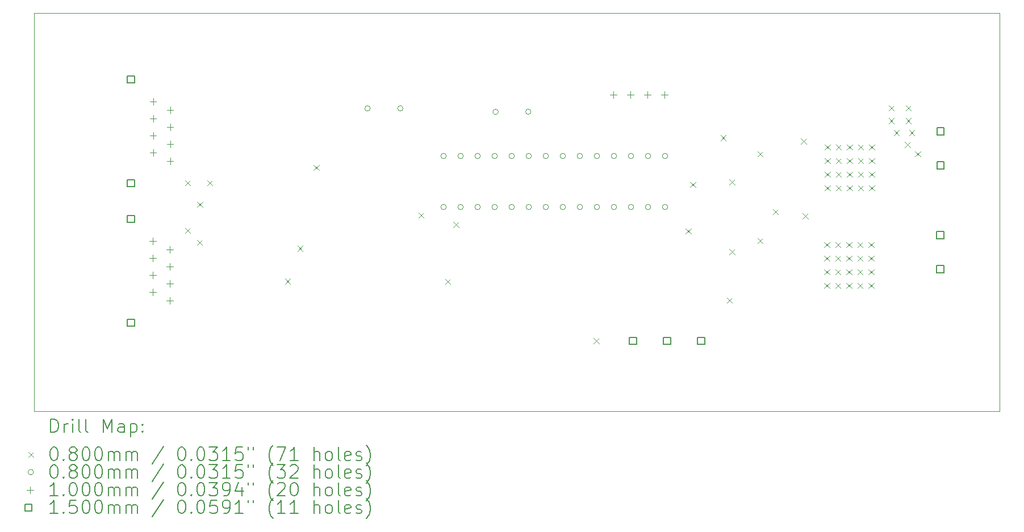
<source format=gbr>
%FSLAX45Y45*%
G04 Gerber Fmt 4.5, Leading zero omitted, Abs format (unit mm)*
G04 Created by KiCad (PCBNEW (6.0.4)) date 2022-06-20 19:16:07*
%MOMM*%
%LPD*%
G01*
G04 APERTURE LIST*
%TA.AperFunction,Profile*%
%ADD10C,0.100000*%
%TD*%
%ADD11C,0.200000*%
%ADD12C,0.080000*%
%ADD13C,0.100000*%
%ADD14C,0.150000*%
G04 APERTURE END LIST*
D10*
X20320000Y-12311350D02*
X5923280Y-12311350D01*
X5923280Y-6363950D01*
X20320000Y-6363950D01*
X20320000Y-12311350D01*
D11*
D12*
X8176900Y-8862700D02*
X8256900Y-8942700D01*
X8256900Y-8862700D02*
X8176900Y-8942700D01*
X8176900Y-9573900D02*
X8256900Y-9653900D01*
X8256900Y-9573900D02*
X8176900Y-9653900D01*
X8357240Y-9751670D02*
X8437240Y-9831670D01*
X8437240Y-9751670D02*
X8357240Y-9831670D01*
X8358589Y-9186379D02*
X8438589Y-9266379D01*
X8438589Y-9186379D02*
X8358589Y-9266379D01*
X8507100Y-8862700D02*
X8587100Y-8942700D01*
X8587100Y-8862700D02*
X8507100Y-8942700D01*
X9667880Y-10333360D02*
X9747880Y-10413360D01*
X9747880Y-10333360D02*
X9667880Y-10413360D01*
X9853300Y-9840600D02*
X9933300Y-9920600D01*
X9933300Y-9840600D02*
X9853300Y-9920600D01*
X10094600Y-8634100D02*
X10174600Y-8714100D01*
X10174600Y-8634100D02*
X10094600Y-8714100D01*
X11656700Y-9345300D02*
X11736700Y-9425300D01*
X11736700Y-9345300D02*
X11656700Y-9425300D01*
X12052940Y-10335900D02*
X12132940Y-10415900D01*
X12132940Y-10335900D02*
X12052940Y-10415900D01*
X12177400Y-9486250D02*
X12257400Y-9566250D01*
X12257400Y-9486250D02*
X12177400Y-9566250D01*
X14270000Y-11220000D02*
X14350000Y-11300000D01*
X14350000Y-11220000D02*
X14270000Y-11300000D01*
X15641960Y-9581520D02*
X15721960Y-9661520D01*
X15721960Y-9581520D02*
X15641960Y-9661520D01*
X15710000Y-8890000D02*
X15790000Y-8970000D01*
X15790000Y-8890000D02*
X15710000Y-8970000D01*
X16161370Y-8189600D02*
X16241370Y-8269600D01*
X16241370Y-8189600D02*
X16161370Y-8269600D01*
X16254100Y-10615300D02*
X16334100Y-10695300D01*
X16334100Y-10615300D02*
X16254100Y-10695300D01*
X16292200Y-8850000D02*
X16372200Y-8930000D01*
X16372200Y-8850000D02*
X16292200Y-8930000D01*
X16292200Y-9891400D02*
X16372200Y-9971400D01*
X16372200Y-9891400D02*
X16292200Y-9971400D01*
X16711300Y-8430900D02*
X16791300Y-8510900D01*
X16791300Y-8430900D02*
X16711300Y-8510900D01*
X16711300Y-9726300D02*
X16791300Y-9806300D01*
X16791300Y-9726300D02*
X16711300Y-9806300D01*
X16939900Y-9294500D02*
X17019900Y-9374500D01*
X17019900Y-9294500D02*
X16939900Y-9374500D01*
X17359000Y-8240400D02*
X17439000Y-8320400D01*
X17439000Y-8240400D02*
X17359000Y-8320400D01*
X17384400Y-9358000D02*
X17464400Y-9438000D01*
X17464400Y-9358000D02*
X17384400Y-9438000D01*
X17706980Y-9787230D02*
X17786980Y-9867230D01*
X17786980Y-9787230D02*
X17706980Y-9867230D01*
X17706980Y-9990430D02*
X17786980Y-10070430D01*
X17786980Y-9990430D02*
X17706980Y-10070430D01*
X17706980Y-10193630D02*
X17786980Y-10273630D01*
X17786980Y-10193630D02*
X17706980Y-10273630D01*
X17706980Y-10396830D02*
X17786980Y-10476830D01*
X17786980Y-10396830D02*
X17706980Y-10476830D01*
X17714600Y-8329270D02*
X17794600Y-8409270D01*
X17794600Y-8329270D02*
X17714600Y-8409270D01*
X17714600Y-8532470D02*
X17794600Y-8612470D01*
X17794600Y-8532470D02*
X17714600Y-8612470D01*
X17714600Y-8735670D02*
X17794600Y-8815670D01*
X17794600Y-8735670D02*
X17714600Y-8815670D01*
X17714600Y-8938870D02*
X17794600Y-9018870D01*
X17794600Y-8938870D02*
X17714600Y-9018870D01*
X17872080Y-9787230D02*
X17952080Y-9867230D01*
X17952080Y-9787230D02*
X17872080Y-9867230D01*
X17872080Y-9990430D02*
X17952080Y-10070430D01*
X17952080Y-9990430D02*
X17872080Y-10070430D01*
X17872080Y-10193630D02*
X17952080Y-10273630D01*
X17952080Y-10193630D02*
X17872080Y-10273630D01*
X17872080Y-10396830D02*
X17952080Y-10476830D01*
X17952080Y-10396830D02*
X17872080Y-10476830D01*
X17879700Y-8329270D02*
X17959700Y-8409270D01*
X17959700Y-8329270D02*
X17879700Y-8409270D01*
X17879700Y-8532470D02*
X17959700Y-8612470D01*
X17959700Y-8532470D02*
X17879700Y-8612470D01*
X17879700Y-8735670D02*
X17959700Y-8815670D01*
X17959700Y-8735670D02*
X17879700Y-8815670D01*
X17879700Y-8938870D02*
X17959700Y-9018870D01*
X17959700Y-8938870D02*
X17879700Y-9018870D01*
X18037180Y-9787230D02*
X18117180Y-9867230D01*
X18117180Y-9787230D02*
X18037180Y-9867230D01*
X18037180Y-9990430D02*
X18117180Y-10070430D01*
X18117180Y-9990430D02*
X18037180Y-10070430D01*
X18037180Y-10193630D02*
X18117180Y-10273630D01*
X18117180Y-10193630D02*
X18037180Y-10273630D01*
X18037180Y-10396830D02*
X18117180Y-10476830D01*
X18117180Y-10396830D02*
X18037180Y-10476830D01*
X18044800Y-8329270D02*
X18124800Y-8409270D01*
X18124800Y-8329270D02*
X18044800Y-8409270D01*
X18044800Y-8532470D02*
X18124800Y-8612470D01*
X18124800Y-8532470D02*
X18044800Y-8612470D01*
X18044800Y-8735670D02*
X18124800Y-8815670D01*
X18124800Y-8735670D02*
X18044800Y-8815670D01*
X18044800Y-8938870D02*
X18124800Y-9018870D01*
X18124800Y-8938870D02*
X18044800Y-9018870D01*
X18202280Y-9787230D02*
X18282280Y-9867230D01*
X18282280Y-9787230D02*
X18202280Y-9867230D01*
X18202280Y-9990430D02*
X18282280Y-10070430D01*
X18282280Y-9990430D02*
X18202280Y-10070430D01*
X18202280Y-10193630D02*
X18282280Y-10273630D01*
X18282280Y-10193630D02*
X18202280Y-10273630D01*
X18202280Y-10396830D02*
X18282280Y-10476830D01*
X18282280Y-10396830D02*
X18202280Y-10476830D01*
X18209900Y-8329270D02*
X18289900Y-8409270D01*
X18289900Y-8329270D02*
X18209900Y-8409270D01*
X18209900Y-8532470D02*
X18289900Y-8612470D01*
X18289900Y-8532470D02*
X18209900Y-8612470D01*
X18209900Y-8735670D02*
X18289900Y-8815670D01*
X18289900Y-8735670D02*
X18209900Y-8815670D01*
X18209900Y-8938870D02*
X18289900Y-9018870D01*
X18289900Y-8938870D02*
X18209900Y-9018870D01*
X18367380Y-9787230D02*
X18447380Y-9867230D01*
X18447380Y-9787230D02*
X18367380Y-9867230D01*
X18367380Y-9990430D02*
X18447380Y-10070430D01*
X18447380Y-9990430D02*
X18367380Y-10070430D01*
X18367380Y-10193630D02*
X18447380Y-10273630D01*
X18447380Y-10193630D02*
X18367380Y-10273630D01*
X18367380Y-10396830D02*
X18447380Y-10476830D01*
X18447380Y-10396830D02*
X18367380Y-10476830D01*
X18375000Y-8329270D02*
X18455000Y-8409270D01*
X18455000Y-8329270D02*
X18375000Y-8409270D01*
X18375000Y-8532470D02*
X18455000Y-8612470D01*
X18455000Y-8532470D02*
X18375000Y-8612470D01*
X18375000Y-8735670D02*
X18455000Y-8815670D01*
X18455000Y-8735670D02*
X18375000Y-8815670D01*
X18375000Y-8938870D02*
X18455000Y-9018870D01*
X18455000Y-8938870D02*
X18375000Y-9018870D01*
X18667100Y-7745100D02*
X18747100Y-7825100D01*
X18747100Y-7745100D02*
X18667100Y-7825100D01*
X18667100Y-7935600D02*
X18747100Y-8015600D01*
X18747100Y-7935600D02*
X18667100Y-8015600D01*
X18743300Y-8113400D02*
X18823300Y-8193400D01*
X18823300Y-8113400D02*
X18743300Y-8193400D01*
X18908400Y-8291200D02*
X18988400Y-8371200D01*
X18988400Y-8291200D02*
X18908400Y-8371200D01*
X18921100Y-7745100D02*
X19001100Y-7825100D01*
X19001100Y-7745100D02*
X18921100Y-7825100D01*
X18921100Y-7935600D02*
X19001100Y-8015600D01*
X19001100Y-7935600D02*
X18921100Y-8015600D01*
X18971900Y-8113400D02*
X19051900Y-8193400D01*
X19051900Y-8113400D02*
X18971900Y-8193400D01*
X19060800Y-8430900D02*
X19140800Y-8510900D01*
X19140800Y-8430900D02*
X19060800Y-8510900D01*
X10937989Y-7790180D02*
G75*
G03*
X10937989Y-7790180I-40000J0D01*
G01*
X11425989Y-7790180D02*
G75*
G03*
X11425989Y-7790180I-40000J0D01*
G01*
X12071989Y-8501380D02*
G75*
G03*
X12071989Y-8501380I-40000J0D01*
G01*
X12071989Y-9263380D02*
G75*
G03*
X12071989Y-9263380I-40000J0D01*
G01*
X12325989Y-8501380D02*
G75*
G03*
X12325989Y-8501380I-40000J0D01*
G01*
X12325989Y-9263380D02*
G75*
G03*
X12325989Y-9263380I-40000J0D01*
G01*
X12579989Y-8501380D02*
G75*
G03*
X12579989Y-8501380I-40000J0D01*
G01*
X12579989Y-9263380D02*
G75*
G03*
X12579989Y-9263380I-40000J0D01*
G01*
X12833989Y-8501380D02*
G75*
G03*
X12833989Y-8501380I-40000J0D01*
G01*
X12833989Y-9263380D02*
G75*
G03*
X12833989Y-9263380I-40000J0D01*
G01*
X12846689Y-7840980D02*
G75*
G03*
X12846689Y-7840980I-40000J0D01*
G01*
X13087989Y-8501380D02*
G75*
G03*
X13087989Y-8501380I-40000J0D01*
G01*
X13087989Y-9263380D02*
G75*
G03*
X13087989Y-9263380I-40000J0D01*
G01*
X13334689Y-7840980D02*
G75*
G03*
X13334689Y-7840980I-40000J0D01*
G01*
X13341989Y-8501380D02*
G75*
G03*
X13341989Y-8501380I-40000J0D01*
G01*
X13341989Y-9263380D02*
G75*
G03*
X13341989Y-9263380I-40000J0D01*
G01*
X13595989Y-8501380D02*
G75*
G03*
X13595989Y-8501380I-40000J0D01*
G01*
X13595989Y-9263380D02*
G75*
G03*
X13595989Y-9263380I-40000J0D01*
G01*
X13849989Y-8501380D02*
G75*
G03*
X13849989Y-8501380I-40000J0D01*
G01*
X13849989Y-9263380D02*
G75*
G03*
X13849989Y-9263380I-40000J0D01*
G01*
X14103989Y-8501380D02*
G75*
G03*
X14103989Y-8501380I-40000J0D01*
G01*
X14103989Y-9263380D02*
G75*
G03*
X14103989Y-9263380I-40000J0D01*
G01*
X14357989Y-8501380D02*
G75*
G03*
X14357989Y-8501380I-40000J0D01*
G01*
X14357989Y-9263380D02*
G75*
G03*
X14357989Y-9263380I-40000J0D01*
G01*
X14611989Y-8501380D02*
G75*
G03*
X14611989Y-8501380I-40000J0D01*
G01*
X14611989Y-9263380D02*
G75*
G03*
X14611989Y-9263380I-40000J0D01*
G01*
X14865989Y-8501380D02*
G75*
G03*
X14865989Y-8501380I-40000J0D01*
G01*
X14865989Y-9263380D02*
G75*
G03*
X14865989Y-9263380I-40000J0D01*
G01*
X15119989Y-8501380D02*
G75*
G03*
X15119989Y-8501380I-40000J0D01*
G01*
X15119989Y-9263380D02*
G75*
G03*
X15119989Y-9263380I-40000J0D01*
G01*
X15373989Y-8501380D02*
G75*
G03*
X15373989Y-8501380I-40000J0D01*
G01*
X15373989Y-9263380D02*
G75*
G03*
X15373989Y-9263380I-40000J0D01*
G01*
D13*
X7698589Y-9721880D02*
X7698589Y-9821880D01*
X7648589Y-9771880D02*
X7748589Y-9771880D01*
X7698589Y-9975880D02*
X7698589Y-10075880D01*
X7648589Y-10025880D02*
X7748589Y-10025880D01*
X7698589Y-10229880D02*
X7698589Y-10329880D01*
X7648589Y-10279880D02*
X7748589Y-10279880D01*
X7698589Y-10483880D02*
X7698589Y-10583880D01*
X7648589Y-10533880D02*
X7748589Y-10533880D01*
X7701289Y-7638580D02*
X7701289Y-7738580D01*
X7651289Y-7688580D02*
X7751289Y-7688580D01*
X7701289Y-7892580D02*
X7701289Y-7992580D01*
X7651289Y-7942580D02*
X7751289Y-7942580D01*
X7701289Y-8146580D02*
X7701289Y-8246580D01*
X7651289Y-8196580D02*
X7751289Y-8196580D01*
X7701289Y-8400580D02*
X7701289Y-8500580D01*
X7651289Y-8450580D02*
X7751289Y-8450580D01*
X7952589Y-9848880D02*
X7952589Y-9948880D01*
X7902589Y-9898880D02*
X8002589Y-9898880D01*
X7952589Y-10102880D02*
X7952589Y-10202880D01*
X7902589Y-10152880D02*
X8002589Y-10152880D01*
X7952589Y-10356880D02*
X7952589Y-10456880D01*
X7902589Y-10406880D02*
X8002589Y-10406880D01*
X7952589Y-10610880D02*
X7952589Y-10710880D01*
X7902589Y-10660880D02*
X8002589Y-10660880D01*
X7955289Y-7765580D02*
X7955289Y-7865580D01*
X7905289Y-7815580D02*
X8005289Y-7815580D01*
X7955289Y-8019580D02*
X7955289Y-8119580D01*
X7905289Y-8069580D02*
X8005289Y-8069580D01*
X7955289Y-8273580D02*
X7955289Y-8373580D01*
X7905289Y-8323580D02*
X8005289Y-8323580D01*
X7955289Y-8527580D02*
X7955289Y-8627580D01*
X7905289Y-8577580D02*
X8005289Y-8577580D01*
X14560289Y-7536980D02*
X14560289Y-7636980D01*
X14510289Y-7586980D02*
X14610289Y-7586980D01*
X14814289Y-7536980D02*
X14814289Y-7636980D01*
X14764289Y-7586980D02*
X14864289Y-7586980D01*
X15068289Y-7536980D02*
X15068289Y-7636980D01*
X15018289Y-7586980D02*
X15118289Y-7586980D01*
X15322289Y-7536980D02*
X15322289Y-7636980D01*
X15272289Y-7586980D02*
X15372289Y-7586980D01*
D14*
X7421622Y-9494414D02*
X7421622Y-9388347D01*
X7315555Y-9388347D01*
X7315555Y-9494414D01*
X7421622Y-9494414D01*
X7421622Y-11044414D02*
X7421622Y-10938347D01*
X7315555Y-10938347D01*
X7315555Y-11044414D01*
X7421622Y-11044414D01*
X7424322Y-7411113D02*
X7424322Y-7305046D01*
X7318255Y-7305046D01*
X7318255Y-7411113D01*
X7424322Y-7411113D01*
X7424322Y-8961114D02*
X7424322Y-8855047D01*
X7318255Y-8855047D01*
X7318255Y-8961114D01*
X7424322Y-8961114D01*
X14906953Y-11315393D02*
X14906953Y-11209326D01*
X14800886Y-11209326D01*
X14800886Y-11315393D01*
X14906953Y-11315393D01*
X15414953Y-11315393D02*
X15414953Y-11209326D01*
X15308886Y-11209326D01*
X15308886Y-11315393D01*
X15414953Y-11315393D01*
X15922953Y-11315393D02*
X15922953Y-11209326D01*
X15816886Y-11209326D01*
X15816886Y-11315393D01*
X15922953Y-11315393D01*
X19489114Y-9735514D02*
X19489114Y-9629447D01*
X19383047Y-9629447D01*
X19383047Y-9735514D01*
X19489114Y-9735514D01*
X19489114Y-10243514D02*
X19489114Y-10137447D01*
X19383047Y-10137447D01*
X19383047Y-10243514D01*
X19489114Y-10243514D01*
X19492364Y-8186113D02*
X19492364Y-8080046D01*
X19386297Y-8080046D01*
X19386297Y-8186113D01*
X19492364Y-8186113D01*
X19492364Y-8694114D02*
X19492364Y-8588047D01*
X19386297Y-8588047D01*
X19386297Y-8694114D01*
X19492364Y-8694114D01*
D11*
X6175899Y-12626826D02*
X6175899Y-12426826D01*
X6223518Y-12426826D01*
X6252089Y-12436350D01*
X6271137Y-12455397D01*
X6280661Y-12474445D01*
X6290185Y-12512540D01*
X6290185Y-12541112D01*
X6280661Y-12579207D01*
X6271137Y-12598255D01*
X6252089Y-12617302D01*
X6223518Y-12626826D01*
X6175899Y-12626826D01*
X6375899Y-12626826D02*
X6375899Y-12493493D01*
X6375899Y-12531588D02*
X6385423Y-12512540D01*
X6394947Y-12503016D01*
X6413994Y-12493493D01*
X6433042Y-12493493D01*
X6499708Y-12626826D02*
X6499708Y-12493493D01*
X6499708Y-12426826D02*
X6490185Y-12436350D01*
X6499708Y-12445874D01*
X6509232Y-12436350D01*
X6499708Y-12426826D01*
X6499708Y-12445874D01*
X6623518Y-12626826D02*
X6604470Y-12617302D01*
X6594947Y-12598255D01*
X6594947Y-12426826D01*
X6728280Y-12626826D02*
X6709232Y-12617302D01*
X6699708Y-12598255D01*
X6699708Y-12426826D01*
X6956851Y-12626826D02*
X6956851Y-12426826D01*
X7023518Y-12569683D01*
X7090185Y-12426826D01*
X7090185Y-12626826D01*
X7271137Y-12626826D02*
X7271137Y-12522064D01*
X7261613Y-12503016D01*
X7242566Y-12493493D01*
X7204470Y-12493493D01*
X7185423Y-12503016D01*
X7271137Y-12617302D02*
X7252089Y-12626826D01*
X7204470Y-12626826D01*
X7185423Y-12617302D01*
X7175899Y-12598255D01*
X7175899Y-12579207D01*
X7185423Y-12560159D01*
X7204470Y-12550636D01*
X7252089Y-12550636D01*
X7271137Y-12541112D01*
X7366375Y-12493493D02*
X7366375Y-12693493D01*
X7366375Y-12503016D02*
X7385423Y-12493493D01*
X7423518Y-12493493D01*
X7442566Y-12503016D01*
X7452089Y-12512540D01*
X7461613Y-12531588D01*
X7461613Y-12588731D01*
X7452089Y-12607778D01*
X7442566Y-12617302D01*
X7423518Y-12626826D01*
X7385423Y-12626826D01*
X7366375Y-12617302D01*
X7547328Y-12607778D02*
X7556851Y-12617302D01*
X7547328Y-12626826D01*
X7537804Y-12617302D01*
X7547328Y-12607778D01*
X7547328Y-12626826D01*
X7547328Y-12503016D02*
X7556851Y-12512540D01*
X7547328Y-12522064D01*
X7537804Y-12512540D01*
X7547328Y-12503016D01*
X7547328Y-12522064D01*
D12*
X5838280Y-12916350D02*
X5918280Y-12996350D01*
X5918280Y-12916350D02*
X5838280Y-12996350D01*
D11*
X6213994Y-12846826D02*
X6233042Y-12846826D01*
X6252089Y-12856350D01*
X6261613Y-12865874D01*
X6271137Y-12884921D01*
X6280661Y-12923016D01*
X6280661Y-12970636D01*
X6271137Y-13008731D01*
X6261613Y-13027778D01*
X6252089Y-13037302D01*
X6233042Y-13046826D01*
X6213994Y-13046826D01*
X6194947Y-13037302D01*
X6185423Y-13027778D01*
X6175899Y-13008731D01*
X6166375Y-12970636D01*
X6166375Y-12923016D01*
X6175899Y-12884921D01*
X6185423Y-12865874D01*
X6194947Y-12856350D01*
X6213994Y-12846826D01*
X6366375Y-13027778D02*
X6375899Y-13037302D01*
X6366375Y-13046826D01*
X6356851Y-13037302D01*
X6366375Y-13027778D01*
X6366375Y-13046826D01*
X6490185Y-12932540D02*
X6471137Y-12923016D01*
X6461613Y-12913493D01*
X6452089Y-12894445D01*
X6452089Y-12884921D01*
X6461613Y-12865874D01*
X6471137Y-12856350D01*
X6490185Y-12846826D01*
X6528280Y-12846826D01*
X6547328Y-12856350D01*
X6556851Y-12865874D01*
X6566375Y-12884921D01*
X6566375Y-12894445D01*
X6556851Y-12913493D01*
X6547328Y-12923016D01*
X6528280Y-12932540D01*
X6490185Y-12932540D01*
X6471137Y-12942064D01*
X6461613Y-12951588D01*
X6452089Y-12970636D01*
X6452089Y-13008731D01*
X6461613Y-13027778D01*
X6471137Y-13037302D01*
X6490185Y-13046826D01*
X6528280Y-13046826D01*
X6547328Y-13037302D01*
X6556851Y-13027778D01*
X6566375Y-13008731D01*
X6566375Y-12970636D01*
X6556851Y-12951588D01*
X6547328Y-12942064D01*
X6528280Y-12932540D01*
X6690185Y-12846826D02*
X6709232Y-12846826D01*
X6728280Y-12856350D01*
X6737804Y-12865874D01*
X6747328Y-12884921D01*
X6756851Y-12923016D01*
X6756851Y-12970636D01*
X6747328Y-13008731D01*
X6737804Y-13027778D01*
X6728280Y-13037302D01*
X6709232Y-13046826D01*
X6690185Y-13046826D01*
X6671137Y-13037302D01*
X6661613Y-13027778D01*
X6652089Y-13008731D01*
X6642566Y-12970636D01*
X6642566Y-12923016D01*
X6652089Y-12884921D01*
X6661613Y-12865874D01*
X6671137Y-12856350D01*
X6690185Y-12846826D01*
X6880661Y-12846826D02*
X6899708Y-12846826D01*
X6918756Y-12856350D01*
X6928280Y-12865874D01*
X6937804Y-12884921D01*
X6947328Y-12923016D01*
X6947328Y-12970636D01*
X6937804Y-13008731D01*
X6928280Y-13027778D01*
X6918756Y-13037302D01*
X6899708Y-13046826D01*
X6880661Y-13046826D01*
X6861613Y-13037302D01*
X6852089Y-13027778D01*
X6842566Y-13008731D01*
X6833042Y-12970636D01*
X6833042Y-12923016D01*
X6842566Y-12884921D01*
X6852089Y-12865874D01*
X6861613Y-12856350D01*
X6880661Y-12846826D01*
X7033042Y-13046826D02*
X7033042Y-12913493D01*
X7033042Y-12932540D02*
X7042566Y-12923016D01*
X7061613Y-12913493D01*
X7090185Y-12913493D01*
X7109232Y-12923016D01*
X7118756Y-12942064D01*
X7118756Y-13046826D01*
X7118756Y-12942064D02*
X7128280Y-12923016D01*
X7147328Y-12913493D01*
X7175899Y-12913493D01*
X7194947Y-12923016D01*
X7204470Y-12942064D01*
X7204470Y-13046826D01*
X7299708Y-13046826D02*
X7299708Y-12913493D01*
X7299708Y-12932540D02*
X7309232Y-12923016D01*
X7328280Y-12913493D01*
X7356851Y-12913493D01*
X7375899Y-12923016D01*
X7385423Y-12942064D01*
X7385423Y-13046826D01*
X7385423Y-12942064D02*
X7394947Y-12923016D01*
X7413994Y-12913493D01*
X7442566Y-12913493D01*
X7461613Y-12923016D01*
X7471137Y-12942064D01*
X7471137Y-13046826D01*
X7861613Y-12837302D02*
X7690185Y-13094445D01*
X8118756Y-12846826D02*
X8137804Y-12846826D01*
X8156851Y-12856350D01*
X8166375Y-12865874D01*
X8175899Y-12884921D01*
X8185423Y-12923016D01*
X8185423Y-12970636D01*
X8175899Y-13008731D01*
X8166375Y-13027778D01*
X8156851Y-13037302D01*
X8137804Y-13046826D01*
X8118756Y-13046826D01*
X8099708Y-13037302D01*
X8090185Y-13027778D01*
X8080661Y-13008731D01*
X8071137Y-12970636D01*
X8071137Y-12923016D01*
X8080661Y-12884921D01*
X8090185Y-12865874D01*
X8099708Y-12856350D01*
X8118756Y-12846826D01*
X8271137Y-13027778D02*
X8280661Y-13037302D01*
X8271137Y-13046826D01*
X8261613Y-13037302D01*
X8271137Y-13027778D01*
X8271137Y-13046826D01*
X8404470Y-12846826D02*
X8423518Y-12846826D01*
X8442566Y-12856350D01*
X8452090Y-12865874D01*
X8461613Y-12884921D01*
X8471137Y-12923016D01*
X8471137Y-12970636D01*
X8461613Y-13008731D01*
X8452090Y-13027778D01*
X8442566Y-13037302D01*
X8423518Y-13046826D01*
X8404470Y-13046826D01*
X8385423Y-13037302D01*
X8375899Y-13027778D01*
X8366375Y-13008731D01*
X8356851Y-12970636D01*
X8356851Y-12923016D01*
X8366375Y-12884921D01*
X8375899Y-12865874D01*
X8385423Y-12856350D01*
X8404470Y-12846826D01*
X8537804Y-12846826D02*
X8661613Y-12846826D01*
X8594947Y-12923016D01*
X8623518Y-12923016D01*
X8642566Y-12932540D01*
X8652090Y-12942064D01*
X8661613Y-12961112D01*
X8661613Y-13008731D01*
X8652090Y-13027778D01*
X8642566Y-13037302D01*
X8623518Y-13046826D01*
X8566375Y-13046826D01*
X8547328Y-13037302D01*
X8537804Y-13027778D01*
X8852090Y-13046826D02*
X8737804Y-13046826D01*
X8794947Y-13046826D02*
X8794947Y-12846826D01*
X8775899Y-12875397D01*
X8756851Y-12894445D01*
X8737804Y-12903969D01*
X9033042Y-12846826D02*
X8937804Y-12846826D01*
X8928280Y-12942064D01*
X8937804Y-12932540D01*
X8956851Y-12923016D01*
X9004470Y-12923016D01*
X9023518Y-12932540D01*
X9033042Y-12942064D01*
X9042566Y-12961112D01*
X9042566Y-13008731D01*
X9033042Y-13027778D01*
X9023518Y-13037302D01*
X9004470Y-13046826D01*
X8956851Y-13046826D01*
X8937804Y-13037302D01*
X8928280Y-13027778D01*
X9118756Y-12846826D02*
X9118756Y-12884921D01*
X9194947Y-12846826D02*
X9194947Y-12884921D01*
X9490185Y-13123016D02*
X9480661Y-13113493D01*
X9461613Y-13084921D01*
X9452090Y-13065874D01*
X9442566Y-13037302D01*
X9433042Y-12989683D01*
X9433042Y-12951588D01*
X9442566Y-12903969D01*
X9452090Y-12875397D01*
X9461613Y-12856350D01*
X9480661Y-12827778D01*
X9490185Y-12818255D01*
X9547328Y-12846826D02*
X9680661Y-12846826D01*
X9594947Y-13046826D01*
X9861613Y-13046826D02*
X9747328Y-13046826D01*
X9804470Y-13046826D02*
X9804470Y-12846826D01*
X9785423Y-12875397D01*
X9766375Y-12894445D01*
X9747328Y-12903969D01*
X10099709Y-13046826D02*
X10099709Y-12846826D01*
X10185423Y-13046826D02*
X10185423Y-12942064D01*
X10175899Y-12923016D01*
X10156851Y-12913493D01*
X10128280Y-12913493D01*
X10109232Y-12923016D01*
X10099709Y-12932540D01*
X10309232Y-13046826D02*
X10290185Y-13037302D01*
X10280661Y-13027778D01*
X10271137Y-13008731D01*
X10271137Y-12951588D01*
X10280661Y-12932540D01*
X10290185Y-12923016D01*
X10309232Y-12913493D01*
X10337804Y-12913493D01*
X10356851Y-12923016D01*
X10366375Y-12932540D01*
X10375899Y-12951588D01*
X10375899Y-13008731D01*
X10366375Y-13027778D01*
X10356851Y-13037302D01*
X10337804Y-13046826D01*
X10309232Y-13046826D01*
X10490185Y-13046826D02*
X10471137Y-13037302D01*
X10461613Y-13018255D01*
X10461613Y-12846826D01*
X10642566Y-13037302D02*
X10623518Y-13046826D01*
X10585423Y-13046826D01*
X10566375Y-13037302D01*
X10556851Y-13018255D01*
X10556851Y-12942064D01*
X10566375Y-12923016D01*
X10585423Y-12913493D01*
X10623518Y-12913493D01*
X10642566Y-12923016D01*
X10652090Y-12942064D01*
X10652090Y-12961112D01*
X10556851Y-12980159D01*
X10728280Y-13037302D02*
X10747328Y-13046826D01*
X10785423Y-13046826D01*
X10804470Y-13037302D01*
X10813994Y-13018255D01*
X10813994Y-13008731D01*
X10804470Y-12989683D01*
X10785423Y-12980159D01*
X10756851Y-12980159D01*
X10737804Y-12970636D01*
X10728280Y-12951588D01*
X10728280Y-12942064D01*
X10737804Y-12923016D01*
X10756851Y-12913493D01*
X10785423Y-12913493D01*
X10804470Y-12923016D01*
X10880661Y-13123016D02*
X10890185Y-13113493D01*
X10909232Y-13084921D01*
X10918756Y-13065874D01*
X10928280Y-13037302D01*
X10937804Y-12989683D01*
X10937804Y-12951588D01*
X10928280Y-12903969D01*
X10918756Y-12875397D01*
X10909232Y-12856350D01*
X10890185Y-12827778D01*
X10880661Y-12818255D01*
D12*
X5918280Y-13220350D02*
G75*
G03*
X5918280Y-13220350I-40000J0D01*
G01*
D11*
X6213994Y-13110826D02*
X6233042Y-13110826D01*
X6252089Y-13120350D01*
X6261613Y-13129874D01*
X6271137Y-13148921D01*
X6280661Y-13187016D01*
X6280661Y-13234636D01*
X6271137Y-13272731D01*
X6261613Y-13291778D01*
X6252089Y-13301302D01*
X6233042Y-13310826D01*
X6213994Y-13310826D01*
X6194947Y-13301302D01*
X6185423Y-13291778D01*
X6175899Y-13272731D01*
X6166375Y-13234636D01*
X6166375Y-13187016D01*
X6175899Y-13148921D01*
X6185423Y-13129874D01*
X6194947Y-13120350D01*
X6213994Y-13110826D01*
X6366375Y-13291778D02*
X6375899Y-13301302D01*
X6366375Y-13310826D01*
X6356851Y-13301302D01*
X6366375Y-13291778D01*
X6366375Y-13310826D01*
X6490185Y-13196540D02*
X6471137Y-13187016D01*
X6461613Y-13177493D01*
X6452089Y-13158445D01*
X6452089Y-13148921D01*
X6461613Y-13129874D01*
X6471137Y-13120350D01*
X6490185Y-13110826D01*
X6528280Y-13110826D01*
X6547328Y-13120350D01*
X6556851Y-13129874D01*
X6566375Y-13148921D01*
X6566375Y-13158445D01*
X6556851Y-13177493D01*
X6547328Y-13187016D01*
X6528280Y-13196540D01*
X6490185Y-13196540D01*
X6471137Y-13206064D01*
X6461613Y-13215588D01*
X6452089Y-13234636D01*
X6452089Y-13272731D01*
X6461613Y-13291778D01*
X6471137Y-13301302D01*
X6490185Y-13310826D01*
X6528280Y-13310826D01*
X6547328Y-13301302D01*
X6556851Y-13291778D01*
X6566375Y-13272731D01*
X6566375Y-13234636D01*
X6556851Y-13215588D01*
X6547328Y-13206064D01*
X6528280Y-13196540D01*
X6690185Y-13110826D02*
X6709232Y-13110826D01*
X6728280Y-13120350D01*
X6737804Y-13129874D01*
X6747328Y-13148921D01*
X6756851Y-13187016D01*
X6756851Y-13234636D01*
X6747328Y-13272731D01*
X6737804Y-13291778D01*
X6728280Y-13301302D01*
X6709232Y-13310826D01*
X6690185Y-13310826D01*
X6671137Y-13301302D01*
X6661613Y-13291778D01*
X6652089Y-13272731D01*
X6642566Y-13234636D01*
X6642566Y-13187016D01*
X6652089Y-13148921D01*
X6661613Y-13129874D01*
X6671137Y-13120350D01*
X6690185Y-13110826D01*
X6880661Y-13110826D02*
X6899708Y-13110826D01*
X6918756Y-13120350D01*
X6928280Y-13129874D01*
X6937804Y-13148921D01*
X6947328Y-13187016D01*
X6947328Y-13234636D01*
X6937804Y-13272731D01*
X6928280Y-13291778D01*
X6918756Y-13301302D01*
X6899708Y-13310826D01*
X6880661Y-13310826D01*
X6861613Y-13301302D01*
X6852089Y-13291778D01*
X6842566Y-13272731D01*
X6833042Y-13234636D01*
X6833042Y-13187016D01*
X6842566Y-13148921D01*
X6852089Y-13129874D01*
X6861613Y-13120350D01*
X6880661Y-13110826D01*
X7033042Y-13310826D02*
X7033042Y-13177493D01*
X7033042Y-13196540D02*
X7042566Y-13187016D01*
X7061613Y-13177493D01*
X7090185Y-13177493D01*
X7109232Y-13187016D01*
X7118756Y-13206064D01*
X7118756Y-13310826D01*
X7118756Y-13206064D02*
X7128280Y-13187016D01*
X7147328Y-13177493D01*
X7175899Y-13177493D01*
X7194947Y-13187016D01*
X7204470Y-13206064D01*
X7204470Y-13310826D01*
X7299708Y-13310826D02*
X7299708Y-13177493D01*
X7299708Y-13196540D02*
X7309232Y-13187016D01*
X7328280Y-13177493D01*
X7356851Y-13177493D01*
X7375899Y-13187016D01*
X7385423Y-13206064D01*
X7385423Y-13310826D01*
X7385423Y-13206064D02*
X7394947Y-13187016D01*
X7413994Y-13177493D01*
X7442566Y-13177493D01*
X7461613Y-13187016D01*
X7471137Y-13206064D01*
X7471137Y-13310826D01*
X7861613Y-13101302D02*
X7690185Y-13358445D01*
X8118756Y-13110826D02*
X8137804Y-13110826D01*
X8156851Y-13120350D01*
X8166375Y-13129874D01*
X8175899Y-13148921D01*
X8185423Y-13187016D01*
X8185423Y-13234636D01*
X8175899Y-13272731D01*
X8166375Y-13291778D01*
X8156851Y-13301302D01*
X8137804Y-13310826D01*
X8118756Y-13310826D01*
X8099708Y-13301302D01*
X8090185Y-13291778D01*
X8080661Y-13272731D01*
X8071137Y-13234636D01*
X8071137Y-13187016D01*
X8080661Y-13148921D01*
X8090185Y-13129874D01*
X8099708Y-13120350D01*
X8118756Y-13110826D01*
X8271137Y-13291778D02*
X8280661Y-13301302D01*
X8271137Y-13310826D01*
X8261613Y-13301302D01*
X8271137Y-13291778D01*
X8271137Y-13310826D01*
X8404470Y-13110826D02*
X8423518Y-13110826D01*
X8442566Y-13120350D01*
X8452090Y-13129874D01*
X8461613Y-13148921D01*
X8471137Y-13187016D01*
X8471137Y-13234636D01*
X8461613Y-13272731D01*
X8452090Y-13291778D01*
X8442566Y-13301302D01*
X8423518Y-13310826D01*
X8404470Y-13310826D01*
X8385423Y-13301302D01*
X8375899Y-13291778D01*
X8366375Y-13272731D01*
X8356851Y-13234636D01*
X8356851Y-13187016D01*
X8366375Y-13148921D01*
X8375899Y-13129874D01*
X8385423Y-13120350D01*
X8404470Y-13110826D01*
X8537804Y-13110826D02*
X8661613Y-13110826D01*
X8594947Y-13187016D01*
X8623518Y-13187016D01*
X8642566Y-13196540D01*
X8652090Y-13206064D01*
X8661613Y-13225112D01*
X8661613Y-13272731D01*
X8652090Y-13291778D01*
X8642566Y-13301302D01*
X8623518Y-13310826D01*
X8566375Y-13310826D01*
X8547328Y-13301302D01*
X8537804Y-13291778D01*
X8852090Y-13310826D02*
X8737804Y-13310826D01*
X8794947Y-13310826D02*
X8794947Y-13110826D01*
X8775899Y-13139397D01*
X8756851Y-13158445D01*
X8737804Y-13167969D01*
X9033042Y-13110826D02*
X8937804Y-13110826D01*
X8928280Y-13206064D01*
X8937804Y-13196540D01*
X8956851Y-13187016D01*
X9004470Y-13187016D01*
X9023518Y-13196540D01*
X9033042Y-13206064D01*
X9042566Y-13225112D01*
X9042566Y-13272731D01*
X9033042Y-13291778D01*
X9023518Y-13301302D01*
X9004470Y-13310826D01*
X8956851Y-13310826D01*
X8937804Y-13301302D01*
X8928280Y-13291778D01*
X9118756Y-13110826D02*
X9118756Y-13148921D01*
X9194947Y-13110826D02*
X9194947Y-13148921D01*
X9490185Y-13387016D02*
X9480661Y-13377493D01*
X9461613Y-13348921D01*
X9452090Y-13329874D01*
X9442566Y-13301302D01*
X9433042Y-13253683D01*
X9433042Y-13215588D01*
X9442566Y-13167969D01*
X9452090Y-13139397D01*
X9461613Y-13120350D01*
X9480661Y-13091778D01*
X9490185Y-13082255D01*
X9547328Y-13110826D02*
X9671137Y-13110826D01*
X9604470Y-13187016D01*
X9633042Y-13187016D01*
X9652090Y-13196540D01*
X9661613Y-13206064D01*
X9671137Y-13225112D01*
X9671137Y-13272731D01*
X9661613Y-13291778D01*
X9652090Y-13301302D01*
X9633042Y-13310826D01*
X9575899Y-13310826D01*
X9556851Y-13301302D01*
X9547328Y-13291778D01*
X9747328Y-13129874D02*
X9756851Y-13120350D01*
X9775899Y-13110826D01*
X9823518Y-13110826D01*
X9842566Y-13120350D01*
X9852090Y-13129874D01*
X9861613Y-13148921D01*
X9861613Y-13167969D01*
X9852090Y-13196540D01*
X9737804Y-13310826D01*
X9861613Y-13310826D01*
X10099709Y-13310826D02*
X10099709Y-13110826D01*
X10185423Y-13310826D02*
X10185423Y-13206064D01*
X10175899Y-13187016D01*
X10156851Y-13177493D01*
X10128280Y-13177493D01*
X10109232Y-13187016D01*
X10099709Y-13196540D01*
X10309232Y-13310826D02*
X10290185Y-13301302D01*
X10280661Y-13291778D01*
X10271137Y-13272731D01*
X10271137Y-13215588D01*
X10280661Y-13196540D01*
X10290185Y-13187016D01*
X10309232Y-13177493D01*
X10337804Y-13177493D01*
X10356851Y-13187016D01*
X10366375Y-13196540D01*
X10375899Y-13215588D01*
X10375899Y-13272731D01*
X10366375Y-13291778D01*
X10356851Y-13301302D01*
X10337804Y-13310826D01*
X10309232Y-13310826D01*
X10490185Y-13310826D02*
X10471137Y-13301302D01*
X10461613Y-13282255D01*
X10461613Y-13110826D01*
X10642566Y-13301302D02*
X10623518Y-13310826D01*
X10585423Y-13310826D01*
X10566375Y-13301302D01*
X10556851Y-13282255D01*
X10556851Y-13206064D01*
X10566375Y-13187016D01*
X10585423Y-13177493D01*
X10623518Y-13177493D01*
X10642566Y-13187016D01*
X10652090Y-13206064D01*
X10652090Y-13225112D01*
X10556851Y-13244159D01*
X10728280Y-13301302D02*
X10747328Y-13310826D01*
X10785423Y-13310826D01*
X10804470Y-13301302D01*
X10813994Y-13282255D01*
X10813994Y-13272731D01*
X10804470Y-13253683D01*
X10785423Y-13244159D01*
X10756851Y-13244159D01*
X10737804Y-13234636D01*
X10728280Y-13215588D01*
X10728280Y-13206064D01*
X10737804Y-13187016D01*
X10756851Y-13177493D01*
X10785423Y-13177493D01*
X10804470Y-13187016D01*
X10880661Y-13387016D02*
X10890185Y-13377493D01*
X10909232Y-13348921D01*
X10918756Y-13329874D01*
X10928280Y-13301302D01*
X10937804Y-13253683D01*
X10937804Y-13215588D01*
X10928280Y-13167969D01*
X10918756Y-13139397D01*
X10909232Y-13120350D01*
X10890185Y-13091778D01*
X10880661Y-13082255D01*
D13*
X5868280Y-13434350D02*
X5868280Y-13534350D01*
X5818280Y-13484350D02*
X5918280Y-13484350D01*
D11*
X6280661Y-13574826D02*
X6166375Y-13574826D01*
X6223518Y-13574826D02*
X6223518Y-13374826D01*
X6204470Y-13403397D01*
X6185423Y-13422445D01*
X6166375Y-13431969D01*
X6366375Y-13555778D02*
X6375899Y-13565302D01*
X6366375Y-13574826D01*
X6356851Y-13565302D01*
X6366375Y-13555778D01*
X6366375Y-13574826D01*
X6499708Y-13374826D02*
X6518756Y-13374826D01*
X6537804Y-13384350D01*
X6547328Y-13393874D01*
X6556851Y-13412921D01*
X6566375Y-13451016D01*
X6566375Y-13498636D01*
X6556851Y-13536731D01*
X6547328Y-13555778D01*
X6537804Y-13565302D01*
X6518756Y-13574826D01*
X6499708Y-13574826D01*
X6480661Y-13565302D01*
X6471137Y-13555778D01*
X6461613Y-13536731D01*
X6452089Y-13498636D01*
X6452089Y-13451016D01*
X6461613Y-13412921D01*
X6471137Y-13393874D01*
X6480661Y-13384350D01*
X6499708Y-13374826D01*
X6690185Y-13374826D02*
X6709232Y-13374826D01*
X6728280Y-13384350D01*
X6737804Y-13393874D01*
X6747328Y-13412921D01*
X6756851Y-13451016D01*
X6756851Y-13498636D01*
X6747328Y-13536731D01*
X6737804Y-13555778D01*
X6728280Y-13565302D01*
X6709232Y-13574826D01*
X6690185Y-13574826D01*
X6671137Y-13565302D01*
X6661613Y-13555778D01*
X6652089Y-13536731D01*
X6642566Y-13498636D01*
X6642566Y-13451016D01*
X6652089Y-13412921D01*
X6661613Y-13393874D01*
X6671137Y-13384350D01*
X6690185Y-13374826D01*
X6880661Y-13374826D02*
X6899708Y-13374826D01*
X6918756Y-13384350D01*
X6928280Y-13393874D01*
X6937804Y-13412921D01*
X6947328Y-13451016D01*
X6947328Y-13498636D01*
X6937804Y-13536731D01*
X6928280Y-13555778D01*
X6918756Y-13565302D01*
X6899708Y-13574826D01*
X6880661Y-13574826D01*
X6861613Y-13565302D01*
X6852089Y-13555778D01*
X6842566Y-13536731D01*
X6833042Y-13498636D01*
X6833042Y-13451016D01*
X6842566Y-13412921D01*
X6852089Y-13393874D01*
X6861613Y-13384350D01*
X6880661Y-13374826D01*
X7033042Y-13574826D02*
X7033042Y-13441493D01*
X7033042Y-13460540D02*
X7042566Y-13451016D01*
X7061613Y-13441493D01*
X7090185Y-13441493D01*
X7109232Y-13451016D01*
X7118756Y-13470064D01*
X7118756Y-13574826D01*
X7118756Y-13470064D02*
X7128280Y-13451016D01*
X7147328Y-13441493D01*
X7175899Y-13441493D01*
X7194947Y-13451016D01*
X7204470Y-13470064D01*
X7204470Y-13574826D01*
X7299708Y-13574826D02*
X7299708Y-13441493D01*
X7299708Y-13460540D02*
X7309232Y-13451016D01*
X7328280Y-13441493D01*
X7356851Y-13441493D01*
X7375899Y-13451016D01*
X7385423Y-13470064D01*
X7385423Y-13574826D01*
X7385423Y-13470064D02*
X7394947Y-13451016D01*
X7413994Y-13441493D01*
X7442566Y-13441493D01*
X7461613Y-13451016D01*
X7471137Y-13470064D01*
X7471137Y-13574826D01*
X7861613Y-13365302D02*
X7690185Y-13622445D01*
X8118756Y-13374826D02*
X8137804Y-13374826D01*
X8156851Y-13384350D01*
X8166375Y-13393874D01*
X8175899Y-13412921D01*
X8185423Y-13451016D01*
X8185423Y-13498636D01*
X8175899Y-13536731D01*
X8166375Y-13555778D01*
X8156851Y-13565302D01*
X8137804Y-13574826D01*
X8118756Y-13574826D01*
X8099708Y-13565302D01*
X8090185Y-13555778D01*
X8080661Y-13536731D01*
X8071137Y-13498636D01*
X8071137Y-13451016D01*
X8080661Y-13412921D01*
X8090185Y-13393874D01*
X8099708Y-13384350D01*
X8118756Y-13374826D01*
X8271137Y-13555778D02*
X8280661Y-13565302D01*
X8271137Y-13574826D01*
X8261613Y-13565302D01*
X8271137Y-13555778D01*
X8271137Y-13574826D01*
X8404470Y-13374826D02*
X8423518Y-13374826D01*
X8442566Y-13384350D01*
X8452090Y-13393874D01*
X8461613Y-13412921D01*
X8471137Y-13451016D01*
X8471137Y-13498636D01*
X8461613Y-13536731D01*
X8452090Y-13555778D01*
X8442566Y-13565302D01*
X8423518Y-13574826D01*
X8404470Y-13574826D01*
X8385423Y-13565302D01*
X8375899Y-13555778D01*
X8366375Y-13536731D01*
X8356851Y-13498636D01*
X8356851Y-13451016D01*
X8366375Y-13412921D01*
X8375899Y-13393874D01*
X8385423Y-13384350D01*
X8404470Y-13374826D01*
X8537804Y-13374826D02*
X8661613Y-13374826D01*
X8594947Y-13451016D01*
X8623518Y-13451016D01*
X8642566Y-13460540D01*
X8652090Y-13470064D01*
X8661613Y-13489112D01*
X8661613Y-13536731D01*
X8652090Y-13555778D01*
X8642566Y-13565302D01*
X8623518Y-13574826D01*
X8566375Y-13574826D01*
X8547328Y-13565302D01*
X8537804Y-13555778D01*
X8756851Y-13574826D02*
X8794947Y-13574826D01*
X8813994Y-13565302D01*
X8823518Y-13555778D01*
X8842566Y-13527207D01*
X8852090Y-13489112D01*
X8852090Y-13412921D01*
X8842566Y-13393874D01*
X8833042Y-13384350D01*
X8813994Y-13374826D01*
X8775899Y-13374826D01*
X8756851Y-13384350D01*
X8747328Y-13393874D01*
X8737804Y-13412921D01*
X8737804Y-13460540D01*
X8747328Y-13479588D01*
X8756851Y-13489112D01*
X8775899Y-13498636D01*
X8813994Y-13498636D01*
X8833042Y-13489112D01*
X8842566Y-13479588D01*
X8852090Y-13460540D01*
X9023518Y-13441493D02*
X9023518Y-13574826D01*
X8975899Y-13365302D02*
X8928280Y-13508159D01*
X9052090Y-13508159D01*
X9118756Y-13374826D02*
X9118756Y-13412921D01*
X9194947Y-13374826D02*
X9194947Y-13412921D01*
X9490185Y-13651016D02*
X9480661Y-13641493D01*
X9461613Y-13612921D01*
X9452090Y-13593874D01*
X9442566Y-13565302D01*
X9433042Y-13517683D01*
X9433042Y-13479588D01*
X9442566Y-13431969D01*
X9452090Y-13403397D01*
X9461613Y-13384350D01*
X9480661Y-13355778D01*
X9490185Y-13346255D01*
X9556851Y-13393874D02*
X9566375Y-13384350D01*
X9585423Y-13374826D01*
X9633042Y-13374826D01*
X9652090Y-13384350D01*
X9661613Y-13393874D01*
X9671137Y-13412921D01*
X9671137Y-13431969D01*
X9661613Y-13460540D01*
X9547328Y-13574826D01*
X9671137Y-13574826D01*
X9794947Y-13374826D02*
X9813994Y-13374826D01*
X9833042Y-13384350D01*
X9842566Y-13393874D01*
X9852090Y-13412921D01*
X9861613Y-13451016D01*
X9861613Y-13498636D01*
X9852090Y-13536731D01*
X9842566Y-13555778D01*
X9833042Y-13565302D01*
X9813994Y-13574826D01*
X9794947Y-13574826D01*
X9775899Y-13565302D01*
X9766375Y-13555778D01*
X9756851Y-13536731D01*
X9747328Y-13498636D01*
X9747328Y-13451016D01*
X9756851Y-13412921D01*
X9766375Y-13393874D01*
X9775899Y-13384350D01*
X9794947Y-13374826D01*
X10099709Y-13574826D02*
X10099709Y-13374826D01*
X10185423Y-13574826D02*
X10185423Y-13470064D01*
X10175899Y-13451016D01*
X10156851Y-13441493D01*
X10128280Y-13441493D01*
X10109232Y-13451016D01*
X10099709Y-13460540D01*
X10309232Y-13574826D02*
X10290185Y-13565302D01*
X10280661Y-13555778D01*
X10271137Y-13536731D01*
X10271137Y-13479588D01*
X10280661Y-13460540D01*
X10290185Y-13451016D01*
X10309232Y-13441493D01*
X10337804Y-13441493D01*
X10356851Y-13451016D01*
X10366375Y-13460540D01*
X10375899Y-13479588D01*
X10375899Y-13536731D01*
X10366375Y-13555778D01*
X10356851Y-13565302D01*
X10337804Y-13574826D01*
X10309232Y-13574826D01*
X10490185Y-13574826D02*
X10471137Y-13565302D01*
X10461613Y-13546255D01*
X10461613Y-13374826D01*
X10642566Y-13565302D02*
X10623518Y-13574826D01*
X10585423Y-13574826D01*
X10566375Y-13565302D01*
X10556851Y-13546255D01*
X10556851Y-13470064D01*
X10566375Y-13451016D01*
X10585423Y-13441493D01*
X10623518Y-13441493D01*
X10642566Y-13451016D01*
X10652090Y-13470064D01*
X10652090Y-13489112D01*
X10556851Y-13508159D01*
X10728280Y-13565302D02*
X10747328Y-13574826D01*
X10785423Y-13574826D01*
X10804470Y-13565302D01*
X10813994Y-13546255D01*
X10813994Y-13536731D01*
X10804470Y-13517683D01*
X10785423Y-13508159D01*
X10756851Y-13508159D01*
X10737804Y-13498636D01*
X10728280Y-13479588D01*
X10728280Y-13470064D01*
X10737804Y-13451016D01*
X10756851Y-13441493D01*
X10785423Y-13441493D01*
X10804470Y-13451016D01*
X10880661Y-13651016D02*
X10890185Y-13641493D01*
X10909232Y-13612921D01*
X10918756Y-13593874D01*
X10928280Y-13565302D01*
X10937804Y-13517683D01*
X10937804Y-13479588D01*
X10928280Y-13431969D01*
X10918756Y-13403397D01*
X10909232Y-13384350D01*
X10890185Y-13355778D01*
X10880661Y-13346255D01*
D14*
X5896313Y-13801383D02*
X5896313Y-13695316D01*
X5790246Y-13695316D01*
X5790246Y-13801383D01*
X5896313Y-13801383D01*
D11*
X6280661Y-13838826D02*
X6166375Y-13838826D01*
X6223518Y-13838826D02*
X6223518Y-13638826D01*
X6204470Y-13667397D01*
X6185423Y-13686445D01*
X6166375Y-13695969D01*
X6366375Y-13819778D02*
X6375899Y-13829302D01*
X6366375Y-13838826D01*
X6356851Y-13829302D01*
X6366375Y-13819778D01*
X6366375Y-13838826D01*
X6556851Y-13638826D02*
X6461613Y-13638826D01*
X6452089Y-13734064D01*
X6461613Y-13724540D01*
X6480661Y-13715016D01*
X6528280Y-13715016D01*
X6547328Y-13724540D01*
X6556851Y-13734064D01*
X6566375Y-13753112D01*
X6566375Y-13800731D01*
X6556851Y-13819778D01*
X6547328Y-13829302D01*
X6528280Y-13838826D01*
X6480661Y-13838826D01*
X6461613Y-13829302D01*
X6452089Y-13819778D01*
X6690185Y-13638826D02*
X6709232Y-13638826D01*
X6728280Y-13648350D01*
X6737804Y-13657874D01*
X6747328Y-13676921D01*
X6756851Y-13715016D01*
X6756851Y-13762636D01*
X6747328Y-13800731D01*
X6737804Y-13819778D01*
X6728280Y-13829302D01*
X6709232Y-13838826D01*
X6690185Y-13838826D01*
X6671137Y-13829302D01*
X6661613Y-13819778D01*
X6652089Y-13800731D01*
X6642566Y-13762636D01*
X6642566Y-13715016D01*
X6652089Y-13676921D01*
X6661613Y-13657874D01*
X6671137Y-13648350D01*
X6690185Y-13638826D01*
X6880661Y-13638826D02*
X6899708Y-13638826D01*
X6918756Y-13648350D01*
X6928280Y-13657874D01*
X6937804Y-13676921D01*
X6947328Y-13715016D01*
X6947328Y-13762636D01*
X6937804Y-13800731D01*
X6928280Y-13819778D01*
X6918756Y-13829302D01*
X6899708Y-13838826D01*
X6880661Y-13838826D01*
X6861613Y-13829302D01*
X6852089Y-13819778D01*
X6842566Y-13800731D01*
X6833042Y-13762636D01*
X6833042Y-13715016D01*
X6842566Y-13676921D01*
X6852089Y-13657874D01*
X6861613Y-13648350D01*
X6880661Y-13638826D01*
X7033042Y-13838826D02*
X7033042Y-13705493D01*
X7033042Y-13724540D02*
X7042566Y-13715016D01*
X7061613Y-13705493D01*
X7090185Y-13705493D01*
X7109232Y-13715016D01*
X7118756Y-13734064D01*
X7118756Y-13838826D01*
X7118756Y-13734064D02*
X7128280Y-13715016D01*
X7147328Y-13705493D01*
X7175899Y-13705493D01*
X7194947Y-13715016D01*
X7204470Y-13734064D01*
X7204470Y-13838826D01*
X7299708Y-13838826D02*
X7299708Y-13705493D01*
X7299708Y-13724540D02*
X7309232Y-13715016D01*
X7328280Y-13705493D01*
X7356851Y-13705493D01*
X7375899Y-13715016D01*
X7385423Y-13734064D01*
X7385423Y-13838826D01*
X7385423Y-13734064D02*
X7394947Y-13715016D01*
X7413994Y-13705493D01*
X7442566Y-13705493D01*
X7461613Y-13715016D01*
X7471137Y-13734064D01*
X7471137Y-13838826D01*
X7861613Y-13629302D02*
X7690185Y-13886445D01*
X8118756Y-13638826D02*
X8137804Y-13638826D01*
X8156851Y-13648350D01*
X8166375Y-13657874D01*
X8175899Y-13676921D01*
X8185423Y-13715016D01*
X8185423Y-13762636D01*
X8175899Y-13800731D01*
X8166375Y-13819778D01*
X8156851Y-13829302D01*
X8137804Y-13838826D01*
X8118756Y-13838826D01*
X8099708Y-13829302D01*
X8090185Y-13819778D01*
X8080661Y-13800731D01*
X8071137Y-13762636D01*
X8071137Y-13715016D01*
X8080661Y-13676921D01*
X8090185Y-13657874D01*
X8099708Y-13648350D01*
X8118756Y-13638826D01*
X8271137Y-13819778D02*
X8280661Y-13829302D01*
X8271137Y-13838826D01*
X8261613Y-13829302D01*
X8271137Y-13819778D01*
X8271137Y-13838826D01*
X8404470Y-13638826D02*
X8423518Y-13638826D01*
X8442566Y-13648350D01*
X8452090Y-13657874D01*
X8461613Y-13676921D01*
X8471137Y-13715016D01*
X8471137Y-13762636D01*
X8461613Y-13800731D01*
X8452090Y-13819778D01*
X8442566Y-13829302D01*
X8423518Y-13838826D01*
X8404470Y-13838826D01*
X8385423Y-13829302D01*
X8375899Y-13819778D01*
X8366375Y-13800731D01*
X8356851Y-13762636D01*
X8356851Y-13715016D01*
X8366375Y-13676921D01*
X8375899Y-13657874D01*
X8385423Y-13648350D01*
X8404470Y-13638826D01*
X8652090Y-13638826D02*
X8556851Y-13638826D01*
X8547328Y-13734064D01*
X8556851Y-13724540D01*
X8575899Y-13715016D01*
X8623518Y-13715016D01*
X8642566Y-13724540D01*
X8652090Y-13734064D01*
X8661613Y-13753112D01*
X8661613Y-13800731D01*
X8652090Y-13819778D01*
X8642566Y-13829302D01*
X8623518Y-13838826D01*
X8575899Y-13838826D01*
X8556851Y-13829302D01*
X8547328Y-13819778D01*
X8756851Y-13838826D02*
X8794947Y-13838826D01*
X8813994Y-13829302D01*
X8823518Y-13819778D01*
X8842566Y-13791207D01*
X8852090Y-13753112D01*
X8852090Y-13676921D01*
X8842566Y-13657874D01*
X8833042Y-13648350D01*
X8813994Y-13638826D01*
X8775899Y-13638826D01*
X8756851Y-13648350D01*
X8747328Y-13657874D01*
X8737804Y-13676921D01*
X8737804Y-13724540D01*
X8747328Y-13743588D01*
X8756851Y-13753112D01*
X8775899Y-13762636D01*
X8813994Y-13762636D01*
X8833042Y-13753112D01*
X8842566Y-13743588D01*
X8852090Y-13724540D01*
X9042566Y-13838826D02*
X8928280Y-13838826D01*
X8985423Y-13838826D02*
X8985423Y-13638826D01*
X8966375Y-13667397D01*
X8947328Y-13686445D01*
X8928280Y-13695969D01*
X9118756Y-13638826D02*
X9118756Y-13676921D01*
X9194947Y-13638826D02*
X9194947Y-13676921D01*
X9490185Y-13915016D02*
X9480661Y-13905493D01*
X9461613Y-13876921D01*
X9452090Y-13857874D01*
X9442566Y-13829302D01*
X9433042Y-13781683D01*
X9433042Y-13743588D01*
X9442566Y-13695969D01*
X9452090Y-13667397D01*
X9461613Y-13648350D01*
X9480661Y-13619778D01*
X9490185Y-13610255D01*
X9671137Y-13838826D02*
X9556851Y-13838826D01*
X9613994Y-13838826D02*
X9613994Y-13638826D01*
X9594947Y-13667397D01*
X9575899Y-13686445D01*
X9556851Y-13695969D01*
X9861613Y-13838826D02*
X9747328Y-13838826D01*
X9804470Y-13838826D02*
X9804470Y-13638826D01*
X9785423Y-13667397D01*
X9766375Y-13686445D01*
X9747328Y-13695969D01*
X10099709Y-13838826D02*
X10099709Y-13638826D01*
X10185423Y-13838826D02*
X10185423Y-13734064D01*
X10175899Y-13715016D01*
X10156851Y-13705493D01*
X10128280Y-13705493D01*
X10109232Y-13715016D01*
X10099709Y-13724540D01*
X10309232Y-13838826D02*
X10290185Y-13829302D01*
X10280661Y-13819778D01*
X10271137Y-13800731D01*
X10271137Y-13743588D01*
X10280661Y-13724540D01*
X10290185Y-13715016D01*
X10309232Y-13705493D01*
X10337804Y-13705493D01*
X10356851Y-13715016D01*
X10366375Y-13724540D01*
X10375899Y-13743588D01*
X10375899Y-13800731D01*
X10366375Y-13819778D01*
X10356851Y-13829302D01*
X10337804Y-13838826D01*
X10309232Y-13838826D01*
X10490185Y-13838826D02*
X10471137Y-13829302D01*
X10461613Y-13810255D01*
X10461613Y-13638826D01*
X10642566Y-13829302D02*
X10623518Y-13838826D01*
X10585423Y-13838826D01*
X10566375Y-13829302D01*
X10556851Y-13810255D01*
X10556851Y-13734064D01*
X10566375Y-13715016D01*
X10585423Y-13705493D01*
X10623518Y-13705493D01*
X10642566Y-13715016D01*
X10652090Y-13734064D01*
X10652090Y-13753112D01*
X10556851Y-13772159D01*
X10728280Y-13829302D02*
X10747328Y-13838826D01*
X10785423Y-13838826D01*
X10804470Y-13829302D01*
X10813994Y-13810255D01*
X10813994Y-13800731D01*
X10804470Y-13781683D01*
X10785423Y-13772159D01*
X10756851Y-13772159D01*
X10737804Y-13762636D01*
X10728280Y-13743588D01*
X10728280Y-13734064D01*
X10737804Y-13715016D01*
X10756851Y-13705493D01*
X10785423Y-13705493D01*
X10804470Y-13715016D01*
X10880661Y-13915016D02*
X10890185Y-13905493D01*
X10909232Y-13876921D01*
X10918756Y-13857874D01*
X10928280Y-13829302D01*
X10937804Y-13781683D01*
X10937804Y-13743588D01*
X10928280Y-13695969D01*
X10918756Y-13667397D01*
X10909232Y-13648350D01*
X10890185Y-13619778D01*
X10880661Y-13610255D01*
M02*

</source>
